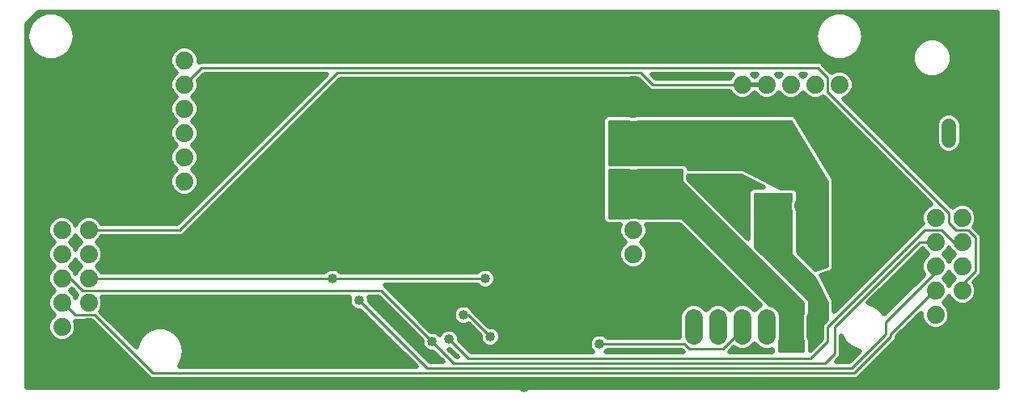
<source format=gbl>
G75*
%MOIN*%
%OFA0B0*%
%FSLAX25Y25*%
%IPPOS*%
%LPD*%
%AMOC8*
5,1,8,0,0,1.08239X$1,22.5*
%
%ADD10C,0.07400*%
%ADD11C,0.06024*%
%ADD12C,0.07400*%
%ADD13C,0.01000*%
%ADD14C,0.02000*%
%ADD15C,0.04000*%
D10*
X0281000Y0027300D02*
X0281000Y0034700D01*
X0291000Y0034700D02*
X0291000Y0027300D01*
X0301000Y0027300D02*
X0301000Y0034700D01*
X0311000Y0034700D02*
X0311000Y0027300D01*
X0321000Y0027300D02*
X0321000Y0034700D01*
X0331000Y0034700D02*
X0331000Y0027300D01*
D11*
X0372220Y0107988D02*
X0372220Y0114012D01*
X0386000Y0114012D02*
X0386000Y0107988D01*
D12*
X0341000Y0131000D03*
X0331000Y0131000D03*
X0321000Y0131000D03*
X0311000Y0131000D03*
X0301000Y0131000D03*
X0256000Y0131000D03*
X0256000Y0121000D03*
X0256000Y0111000D03*
X0256000Y0101000D03*
X0256000Y0091000D03*
X0256000Y0081000D03*
X0256000Y0071000D03*
X0256000Y0061000D03*
X0311000Y0064000D03*
X0314000Y0072000D03*
X0328000Y0072000D03*
X0331000Y0064000D03*
X0326000Y0081000D03*
X0316000Y0081000D03*
X0380500Y0076000D03*
X0391500Y0076000D03*
X0391500Y0066000D03*
X0380500Y0066000D03*
X0380500Y0056000D03*
X0391500Y0056000D03*
X0391500Y0046000D03*
X0380500Y0046000D03*
X0380500Y0036000D03*
X0391500Y0036000D03*
X0071000Y0081000D03*
X0071000Y0091000D03*
X0071000Y0101000D03*
X0071000Y0111000D03*
X0071000Y0121000D03*
X0071000Y0131000D03*
X0071000Y0141000D03*
X0031500Y0071000D03*
X0020500Y0071000D03*
X0020500Y0061000D03*
X0031500Y0061000D03*
X0031500Y0051000D03*
X0020500Y0051000D03*
X0020500Y0041000D03*
X0031500Y0041000D03*
X0031500Y0031000D03*
X0020500Y0031000D03*
D13*
X0026000Y0036000D02*
X0021000Y0041000D01*
X0020500Y0041000D01*
X0026000Y0036000D02*
X0034000Y0036000D01*
X0058000Y0012000D01*
X0347000Y0012000D01*
X0362000Y0027000D01*
X0362000Y0028000D01*
X0380000Y0046000D01*
X0380500Y0046000D01*
X0391500Y0046000D02*
X0392000Y0046000D01*
X0392000Y0049000D01*
X0397000Y0054000D01*
X0397000Y0068000D01*
X0394000Y0071000D01*
X0389000Y0071000D01*
X0386000Y0074000D01*
X0386000Y0078000D01*
X0336000Y0128000D01*
X0336000Y0134000D01*
X0332000Y0138000D01*
X0078000Y0138000D01*
X0071000Y0131000D01*
X0069000Y0071000D02*
X0134000Y0136000D01*
X0259000Y0136000D01*
X0264000Y0131000D01*
X0301000Y0131000D01*
X0321000Y0116000D02*
X0336000Y0091000D01*
X0336000Y0056000D01*
X0330833Y0054278D01*
X0323200Y0061911D01*
X0323200Y0086911D01*
X0321911Y0088200D01*
X0316600Y0088200D01*
X0301000Y0096000D01*
X0278200Y0096000D01*
X0278200Y0096911D01*
X0276911Y0098200D01*
X0246000Y0098200D01*
X0246000Y0116000D01*
X0253960Y0116000D01*
X0254926Y0115600D01*
X0257074Y0115600D01*
X0258040Y0116000D01*
X0321000Y0116000D01*
X0321094Y0115844D02*
X0257662Y0115844D01*
X0254338Y0115844D02*
X0246000Y0115844D01*
X0246000Y0114845D02*
X0321693Y0114845D01*
X0322292Y0113847D02*
X0246000Y0113847D01*
X0246000Y0112848D02*
X0322891Y0112848D01*
X0323490Y0111850D02*
X0246000Y0111850D01*
X0246000Y0110851D02*
X0324089Y0110851D01*
X0324688Y0109853D02*
X0246000Y0109853D01*
X0246000Y0108854D02*
X0325288Y0108854D01*
X0325887Y0107856D02*
X0246000Y0107856D01*
X0246000Y0106857D02*
X0326486Y0106857D01*
X0327085Y0105859D02*
X0246000Y0105859D01*
X0246000Y0104860D02*
X0327684Y0104860D01*
X0328283Y0103862D02*
X0246000Y0103862D01*
X0246000Y0102863D02*
X0328882Y0102863D01*
X0329481Y0101865D02*
X0246000Y0101865D01*
X0246000Y0100866D02*
X0330080Y0100866D01*
X0330679Y0099868D02*
X0246000Y0099868D01*
X0246000Y0098869D02*
X0331279Y0098869D01*
X0331878Y0097870D02*
X0277241Y0097870D01*
X0278200Y0096872D02*
X0332477Y0096872D01*
X0333076Y0095873D02*
X0301253Y0095873D01*
X0303250Y0094875D02*
X0333675Y0094875D01*
X0334274Y0093876D02*
X0305247Y0093876D01*
X0307244Y0092878D02*
X0334873Y0092878D01*
X0335472Y0091879D02*
X0309241Y0091879D01*
X0311238Y0090881D02*
X0336000Y0090881D01*
X0336000Y0089882D02*
X0313235Y0089882D01*
X0315232Y0088884D02*
X0336000Y0088884D01*
X0336000Y0087885D02*
X0322226Y0087885D01*
X0323200Y0086887D02*
X0336000Y0086887D01*
X0336000Y0085888D02*
X0323200Y0085888D01*
X0323200Y0084890D02*
X0336000Y0084890D01*
X0336000Y0083891D02*
X0323200Y0083891D01*
X0323200Y0082893D02*
X0336000Y0082893D01*
X0336000Y0081894D02*
X0323200Y0081894D01*
X0323200Y0080896D02*
X0336000Y0080896D01*
X0336000Y0079897D02*
X0323200Y0079897D01*
X0323200Y0078899D02*
X0336000Y0078899D01*
X0336000Y0077900D02*
X0323200Y0077900D01*
X0323200Y0076902D02*
X0336000Y0076902D01*
X0336000Y0075903D02*
X0323200Y0075903D01*
X0323200Y0074905D02*
X0336000Y0074905D01*
X0336000Y0073906D02*
X0323200Y0073906D01*
X0323200Y0072908D02*
X0336000Y0072908D01*
X0336000Y0071909D02*
X0323200Y0071909D01*
X0323200Y0070911D02*
X0336000Y0070911D01*
X0336000Y0069912D02*
X0323200Y0069912D01*
X0323200Y0068914D02*
X0336000Y0068914D01*
X0336000Y0067915D02*
X0323200Y0067915D01*
X0323200Y0066917D02*
X0336000Y0066917D01*
X0336000Y0065918D02*
X0323200Y0065918D01*
X0323200Y0064920D02*
X0336000Y0064920D01*
X0336000Y0063921D02*
X0323200Y0063921D01*
X0323200Y0062923D02*
X0336000Y0062923D01*
X0336000Y0061924D02*
X0323200Y0061924D01*
X0324186Y0060926D02*
X0336000Y0060926D01*
X0336000Y0059927D02*
X0325184Y0059927D01*
X0326183Y0058929D02*
X0336000Y0058929D01*
X0336000Y0057930D02*
X0327181Y0057930D01*
X0328180Y0056932D02*
X0336000Y0056932D01*
X0335799Y0055933D02*
X0329178Y0055933D01*
X0330177Y0054934D02*
X0332804Y0054934D01*
X0330061Y0051939D02*
X0318172Y0051939D01*
X0317174Y0052937D02*
X0329063Y0052937D01*
X0328064Y0053936D02*
X0316175Y0053936D01*
X0315177Y0054934D02*
X0327066Y0054934D01*
X0326067Y0055933D02*
X0314178Y0055933D01*
X0313180Y0056932D02*
X0325068Y0056932D01*
X0324070Y0057930D02*
X0312181Y0057930D01*
X0311183Y0058929D02*
X0323071Y0058929D01*
X0322073Y0059927D02*
X0310184Y0059927D01*
X0309186Y0060926D02*
X0321074Y0060926D01*
X0321000Y0061000D02*
X0331000Y0051000D01*
X0336000Y0041000D01*
X0336000Y0034111D01*
X0335089Y0033200D01*
X0333800Y0031911D01*
X0333800Y0025911D01*
X0328889Y0021000D01*
X0328200Y0021000D01*
X0328200Y0041911D01*
X0306000Y0064111D01*
X0306000Y0086000D01*
X0321000Y0086000D01*
X0321000Y0083040D01*
X0320600Y0082074D01*
X0320600Y0079926D01*
X0321000Y0078960D01*
X0321000Y0061000D01*
X0321000Y0061924D02*
X0308187Y0061924D01*
X0307189Y0062923D02*
X0321000Y0062923D01*
X0321000Y0063921D02*
X0306190Y0063921D01*
X0306000Y0064920D02*
X0321000Y0064920D01*
X0321000Y0065918D02*
X0306000Y0065918D01*
X0306000Y0066917D02*
X0321000Y0066917D01*
X0321000Y0067915D02*
X0306000Y0067915D01*
X0306000Y0068914D02*
X0321000Y0068914D01*
X0321000Y0069912D02*
X0306000Y0069912D01*
X0306000Y0070911D02*
X0321000Y0070911D01*
X0321000Y0071909D02*
X0306000Y0071909D01*
X0306000Y0072908D02*
X0321000Y0072908D01*
X0321000Y0073906D02*
X0306000Y0073906D01*
X0306000Y0074905D02*
X0321000Y0074905D01*
X0321000Y0075903D02*
X0306000Y0075903D01*
X0306000Y0076902D02*
X0321000Y0076902D01*
X0321000Y0077900D02*
X0306000Y0077900D01*
X0306000Y0078899D02*
X0321000Y0078899D01*
X0320612Y0079897D02*
X0306000Y0079897D01*
X0306000Y0080896D02*
X0320600Y0080896D01*
X0320600Y0081894D02*
X0306000Y0081894D01*
X0306000Y0082893D02*
X0320939Y0082893D01*
X0321000Y0083891D02*
X0306000Y0083891D01*
X0306000Y0084890D02*
X0321000Y0084890D01*
X0321000Y0085888D02*
X0306000Y0085888D01*
X0290098Y0076902D02*
X0246000Y0076902D01*
X0246000Y0076000D02*
X0246000Y0096000D01*
X0253960Y0096000D01*
X0254926Y0095600D01*
X0257074Y0095600D01*
X0258040Y0096000D01*
X0276000Y0096000D01*
X0276000Y0091000D01*
X0326000Y0041000D01*
X0326000Y0036740D01*
X0325600Y0035774D01*
X0325600Y0026226D01*
X0326000Y0025260D01*
X0326000Y0021000D01*
X0316000Y0021000D01*
X0316000Y0025260D01*
X0316400Y0026226D01*
X0316400Y0035774D01*
X0315578Y0037759D01*
X0314059Y0039278D01*
X0312074Y0040100D01*
X0311900Y0040100D01*
X0276000Y0076000D01*
X0258040Y0076000D01*
X0257074Y0076400D01*
X0254926Y0076400D01*
X0253960Y0076000D01*
X0246000Y0076000D01*
X0246000Y0077900D02*
X0289100Y0077900D01*
X0288101Y0078899D02*
X0246000Y0078899D01*
X0246000Y0079897D02*
X0287103Y0079897D01*
X0286104Y0080896D02*
X0246000Y0080896D01*
X0246000Y0081894D02*
X0285106Y0081894D01*
X0284107Y0082893D02*
X0246000Y0082893D01*
X0246000Y0083891D02*
X0283109Y0083891D01*
X0282110Y0084890D02*
X0246000Y0084890D01*
X0246000Y0085888D02*
X0281112Y0085888D01*
X0280113Y0086887D02*
X0246000Y0086887D01*
X0246000Y0087885D02*
X0279115Y0087885D01*
X0278116Y0088884D02*
X0246000Y0088884D01*
X0246000Y0089882D02*
X0277118Y0089882D01*
X0276119Y0090881D02*
X0246000Y0090881D01*
X0246000Y0091879D02*
X0276000Y0091879D01*
X0276000Y0092878D02*
X0246000Y0092878D01*
X0246000Y0093876D02*
X0276000Y0093876D01*
X0276000Y0094875D02*
X0246000Y0094875D01*
X0246000Y0095873D02*
X0254266Y0095873D01*
X0257734Y0095873D02*
X0276000Y0095873D01*
X0276097Y0075903D02*
X0291097Y0075903D01*
X0292095Y0074905D02*
X0277095Y0074905D01*
X0278094Y0073906D02*
X0293094Y0073906D01*
X0294092Y0072908D02*
X0279092Y0072908D01*
X0280091Y0071909D02*
X0295091Y0071909D01*
X0296089Y0070911D02*
X0281089Y0070911D01*
X0282088Y0069912D02*
X0297088Y0069912D01*
X0298086Y0068914D02*
X0283086Y0068914D01*
X0284085Y0067915D02*
X0299085Y0067915D01*
X0300083Y0066917D02*
X0285083Y0066917D01*
X0286082Y0065918D02*
X0301082Y0065918D01*
X0302080Y0064920D02*
X0287080Y0064920D01*
X0288079Y0063921D02*
X0303079Y0063921D01*
X0304077Y0062923D02*
X0289077Y0062923D01*
X0290076Y0061924D02*
X0305076Y0061924D01*
X0306074Y0060926D02*
X0291074Y0060926D01*
X0292073Y0059927D02*
X0307073Y0059927D01*
X0308071Y0058929D02*
X0293071Y0058929D01*
X0294070Y0057930D02*
X0309070Y0057930D01*
X0310068Y0056932D02*
X0295068Y0056932D01*
X0296067Y0055933D02*
X0311067Y0055933D01*
X0312066Y0054934D02*
X0297066Y0054934D01*
X0298064Y0053936D02*
X0313064Y0053936D01*
X0314063Y0052937D02*
X0299063Y0052937D01*
X0300061Y0051939D02*
X0315061Y0051939D01*
X0316060Y0050940D02*
X0301060Y0050940D01*
X0302058Y0049942D02*
X0317058Y0049942D01*
X0318057Y0048943D02*
X0303057Y0048943D01*
X0304055Y0047945D02*
X0319055Y0047945D01*
X0320054Y0046946D02*
X0305054Y0046946D01*
X0306052Y0045948D02*
X0321052Y0045948D01*
X0322051Y0044949D02*
X0307051Y0044949D01*
X0308049Y0043951D02*
X0323049Y0043951D01*
X0324048Y0042952D02*
X0309048Y0042952D01*
X0310046Y0041954D02*
X0325046Y0041954D01*
X0326000Y0040955D02*
X0311045Y0040955D01*
X0312420Y0039957D02*
X0326000Y0039957D01*
X0326000Y0038958D02*
X0314378Y0038958D01*
X0315377Y0037960D02*
X0326000Y0037960D01*
X0326000Y0036961D02*
X0315908Y0036961D01*
X0316322Y0035963D02*
X0325678Y0035963D01*
X0325600Y0034964D02*
X0316400Y0034964D01*
X0316400Y0033966D02*
X0325600Y0033966D01*
X0325600Y0032967D02*
X0316400Y0032967D01*
X0316400Y0031969D02*
X0325600Y0031969D01*
X0325600Y0030970D02*
X0316400Y0030970D01*
X0316400Y0029972D02*
X0325600Y0029972D01*
X0325600Y0028973D02*
X0316400Y0028973D01*
X0316400Y0027975D02*
X0325600Y0027975D01*
X0325600Y0026976D02*
X0316400Y0026976D01*
X0316297Y0025978D02*
X0325703Y0025978D01*
X0326000Y0024979D02*
X0316000Y0024979D01*
X0316000Y0023981D02*
X0326000Y0023981D01*
X0326000Y0022982D02*
X0316000Y0022982D01*
X0316000Y0021984D02*
X0326000Y0021984D01*
X0328200Y0021984D02*
X0329872Y0021984D01*
X0330871Y0022982D02*
X0328200Y0022982D01*
X0328200Y0023981D02*
X0331869Y0023981D01*
X0332868Y0024979D02*
X0328200Y0024979D01*
X0328200Y0025978D02*
X0333800Y0025978D01*
X0333800Y0026976D02*
X0328200Y0026976D01*
X0328200Y0027975D02*
X0333800Y0027975D01*
X0333800Y0028973D02*
X0328200Y0028973D01*
X0328200Y0029972D02*
X0333800Y0029972D01*
X0333800Y0030970D02*
X0328200Y0030970D01*
X0328200Y0031969D02*
X0333857Y0031969D01*
X0334856Y0032967D02*
X0328200Y0032967D01*
X0328200Y0033966D02*
X0335855Y0033966D01*
X0336000Y0034964D02*
X0328200Y0034964D01*
X0328200Y0035963D02*
X0336000Y0035963D01*
X0336000Y0036961D02*
X0328200Y0036961D01*
X0328200Y0037960D02*
X0336000Y0037960D01*
X0336000Y0038958D02*
X0328200Y0038958D01*
X0328200Y0039957D02*
X0336000Y0039957D01*
X0336000Y0040955D02*
X0328200Y0040955D01*
X0328157Y0041954D02*
X0335523Y0041954D01*
X0335024Y0042952D02*
X0327159Y0042952D01*
X0326160Y0043951D02*
X0334525Y0043951D01*
X0334025Y0044949D02*
X0325162Y0044949D01*
X0324163Y0045948D02*
X0333526Y0045948D01*
X0333027Y0046946D02*
X0323165Y0046946D01*
X0322166Y0047945D02*
X0332528Y0047945D01*
X0332028Y0048943D02*
X0321168Y0048943D01*
X0320169Y0049942D02*
X0331529Y0049942D01*
X0331030Y0050940D02*
X0319171Y0050940D01*
X0360000Y0033000D02*
X0360000Y0028000D01*
X0346000Y0014000D01*
X0171000Y0014000D01*
X0143000Y0042000D01*
X0152000Y0046000D02*
X0173000Y0025000D01*
X0182000Y0016000D01*
X0335000Y0016000D01*
X0339000Y0020000D01*
X0339000Y0031000D01*
X0374000Y0066000D01*
X0380500Y0066000D01*
X0383000Y0071000D02*
X0388000Y0066000D01*
X0391500Y0066000D01*
X0383000Y0071000D02*
X0376000Y0071000D01*
X0336000Y0031000D01*
X0336000Y0025000D01*
X0329000Y0018000D01*
X0188000Y0018000D01*
X0180000Y0026000D01*
X0188000Y0036000D02*
X0197000Y0027000D01*
X0188000Y0036000D02*
X0186000Y0036000D01*
X0195000Y0051000D02*
X0132000Y0051000D01*
X0031500Y0051000D01*
X0029000Y0046000D02*
X0024000Y0051000D01*
X0020500Y0051000D01*
X0029000Y0046000D02*
X0152000Y0046000D01*
X0069000Y0071000D02*
X0031500Y0071000D01*
X0242000Y0024000D02*
X0277000Y0024000D01*
X0279000Y0022000D01*
X0293000Y0022000D01*
X0301000Y0030000D01*
X0301000Y0031000D01*
X0360000Y0033000D02*
X0380000Y0053000D01*
X0380000Y0056000D01*
X0380500Y0056000D01*
D14*
X0006000Y0006000D02*
X0006000Y0150701D01*
X0006554Y0147562D01*
X0008299Y0144538D01*
X0010974Y0142294D01*
X0014254Y0141100D01*
X0015483Y0141100D01*
X0017746Y0141100D01*
X0021026Y0142294D01*
X0021026Y0142294D01*
X0023701Y0144538D01*
X0023701Y0144538D01*
X0023701Y0144538D01*
X0025446Y0147562D01*
X0026053Y0151000D01*
X0025446Y0154438D01*
X0025446Y0154438D01*
X0023701Y0157462D01*
X0021026Y0159706D01*
X0017746Y0160900D01*
X0014254Y0160900D01*
X0010974Y0159706D01*
X0010974Y0159706D01*
X0008299Y0157462D01*
X0006554Y0154438D01*
X0006000Y0151299D01*
X0006000Y0156000D01*
X0011000Y0161000D01*
X0406000Y0161000D01*
X0406000Y0006000D01*
X0006000Y0006000D01*
X0006000Y0007003D02*
X0406000Y0007003D01*
X0406000Y0009001D02*
X0006000Y0009001D01*
X0006000Y0011000D02*
X0055182Y0011000D01*
X0056471Y0009711D02*
X0057463Y0009300D01*
X0058537Y0009300D01*
X0347537Y0009300D01*
X0348529Y0009711D01*
X0349289Y0010471D01*
X0364289Y0025471D01*
X0364700Y0026463D01*
X0364700Y0026882D01*
X0374600Y0036782D01*
X0374600Y0034826D01*
X0375498Y0032658D01*
X0377158Y0030998D01*
X0379326Y0030100D01*
X0381674Y0030100D01*
X0383842Y0030998D01*
X0385502Y0032658D01*
X0386400Y0034826D01*
X0386400Y0037174D01*
X0385502Y0039342D01*
X0383844Y0041000D01*
X0385502Y0042658D01*
X0386000Y0043861D01*
X0386498Y0042658D01*
X0388158Y0040998D01*
X0390326Y0040100D01*
X0392674Y0040100D01*
X0394842Y0040998D01*
X0396502Y0042658D01*
X0397400Y0044826D01*
X0397400Y0047174D01*
X0396502Y0049342D01*
X0396331Y0049513D01*
X0398529Y0051711D01*
X0399289Y0052471D01*
X0399700Y0053463D01*
X0399700Y0068537D01*
X0399289Y0069529D01*
X0396331Y0072487D01*
X0396502Y0072658D01*
X0397400Y0074826D01*
X0397400Y0077174D01*
X0396502Y0079342D01*
X0394842Y0081002D01*
X0392674Y0081900D01*
X0390326Y0081900D01*
X0388158Y0081002D01*
X0387487Y0080331D01*
X0342559Y0125260D01*
X0344342Y0125998D01*
X0346002Y0127658D01*
X0346900Y0129826D01*
X0346900Y0132174D01*
X0346002Y0134342D01*
X0344342Y0136002D01*
X0342174Y0136900D01*
X0339826Y0136900D01*
X0337770Y0136048D01*
X0334289Y0139529D01*
X0333529Y0140289D01*
X0332537Y0140700D01*
X0077463Y0140700D01*
X0076900Y0140467D01*
X0076900Y0142174D01*
X0076002Y0144342D01*
X0074342Y0146002D01*
X0072174Y0146900D01*
X0069826Y0146900D01*
X0067658Y0146002D01*
X0065998Y0144342D01*
X0065100Y0142174D01*
X0065100Y0139826D01*
X0065998Y0137658D01*
X0067656Y0136000D01*
X0065998Y0134342D01*
X0065100Y0132174D01*
X0065100Y0129826D01*
X0065998Y0127658D01*
X0067656Y0126000D01*
X0065998Y0124342D01*
X0065100Y0122174D01*
X0065100Y0119826D01*
X0065998Y0117658D01*
X0067656Y0116000D01*
X0065998Y0114342D01*
X0065100Y0112174D01*
X0065100Y0109826D01*
X0065998Y0107658D01*
X0067656Y0106000D01*
X0065998Y0104342D01*
X0065100Y0102174D01*
X0065100Y0099826D01*
X0065998Y0097658D01*
X0067656Y0096000D01*
X0065998Y0094342D01*
X0065100Y0092174D01*
X0065100Y0089826D01*
X0065998Y0087658D01*
X0067658Y0085998D01*
X0069826Y0085100D01*
X0072174Y0085100D01*
X0074342Y0085998D01*
X0076002Y0087658D01*
X0076900Y0089826D01*
X0076900Y0092174D01*
X0076002Y0094342D01*
X0074344Y0096000D01*
X0076002Y0097658D01*
X0076900Y0099826D01*
X0076900Y0102174D01*
X0076002Y0104342D01*
X0074344Y0106000D01*
X0076002Y0107658D01*
X0076900Y0109826D01*
X0076900Y0112174D01*
X0076002Y0114342D01*
X0074344Y0116000D01*
X0076002Y0117658D01*
X0076900Y0119826D01*
X0076900Y0122174D01*
X0076002Y0124342D01*
X0074344Y0126000D01*
X0076002Y0127658D01*
X0076900Y0129826D01*
X0076900Y0132174D01*
X0076634Y0132816D01*
X0079118Y0135300D01*
X0129482Y0135300D01*
X0067882Y0073700D01*
X0036768Y0073700D01*
X0036502Y0074342D01*
X0034842Y0076002D01*
X0032674Y0076900D01*
X0030326Y0076900D01*
X0028158Y0076002D01*
X0026498Y0074342D01*
X0026000Y0073139D01*
X0025502Y0074342D01*
X0023842Y0076002D01*
X0021674Y0076900D01*
X0019326Y0076900D01*
X0017158Y0076002D01*
X0015498Y0074342D01*
X0014600Y0072174D01*
X0014600Y0069826D01*
X0015498Y0067658D01*
X0017156Y0066000D01*
X0015498Y0064342D01*
X0014600Y0062174D01*
X0014600Y0059826D01*
X0015498Y0057658D01*
X0017156Y0056000D01*
X0015498Y0054342D01*
X0014600Y0052174D01*
X0014600Y0049826D01*
X0015498Y0047658D01*
X0017156Y0046000D01*
X0015498Y0044342D01*
X0014600Y0042174D01*
X0014600Y0039826D01*
X0015498Y0037658D01*
X0017156Y0036000D01*
X0015498Y0034342D01*
X0014600Y0032174D01*
X0014600Y0029826D01*
X0015498Y0027658D01*
X0017158Y0025998D01*
X0019326Y0025100D01*
X0021674Y0025100D01*
X0023842Y0025998D01*
X0025502Y0027658D01*
X0026400Y0029826D01*
X0026400Y0032174D01*
X0025933Y0033300D01*
X0032882Y0033300D01*
X0056471Y0009711D01*
X0053183Y0012999D02*
X0006000Y0012999D01*
X0006000Y0014997D02*
X0051185Y0014997D01*
X0049186Y0016996D02*
X0006000Y0016996D01*
X0006000Y0018994D02*
X0047188Y0018994D01*
X0045189Y0020993D02*
X0006000Y0020993D01*
X0006000Y0022991D02*
X0043191Y0022991D01*
X0041192Y0024990D02*
X0006000Y0024990D01*
X0006000Y0026988D02*
X0016168Y0026988D01*
X0014948Y0028987D02*
X0006000Y0028987D01*
X0006000Y0030985D02*
X0014600Y0030985D01*
X0014936Y0032984D02*
X0006000Y0032984D01*
X0006000Y0034982D02*
X0016138Y0034982D01*
X0016175Y0036981D02*
X0006000Y0036981D01*
X0006000Y0038979D02*
X0014951Y0038979D01*
X0014600Y0040978D02*
X0006000Y0040978D01*
X0006000Y0042976D02*
X0014932Y0042976D01*
X0016131Y0044975D02*
X0006000Y0044975D01*
X0006000Y0046973D02*
X0016183Y0046973D01*
X0014954Y0048972D02*
X0006000Y0048972D01*
X0006000Y0050970D02*
X0014600Y0050970D01*
X0014929Y0052969D02*
X0006000Y0052969D01*
X0006000Y0054967D02*
X0016123Y0054967D01*
X0016190Y0056966D02*
X0006000Y0056966D01*
X0006000Y0058964D02*
X0014957Y0058964D01*
X0014600Y0060963D02*
X0006000Y0060963D01*
X0006000Y0062961D02*
X0014926Y0062961D01*
X0016116Y0064960D02*
X0006000Y0064960D01*
X0006000Y0066958D02*
X0016198Y0066958D01*
X0014960Y0068957D02*
X0006000Y0068957D01*
X0006000Y0070955D02*
X0014600Y0070955D01*
X0014923Y0072954D02*
X0006000Y0072954D01*
X0006000Y0074952D02*
X0016109Y0074952D01*
X0006000Y0076951D02*
X0071133Y0076951D01*
X0073131Y0078949D02*
X0006000Y0078949D01*
X0006000Y0080948D02*
X0075130Y0080948D01*
X0077128Y0082946D02*
X0006000Y0082946D01*
X0006000Y0084945D02*
X0079127Y0084945D01*
X0084765Y0082946D02*
X0243300Y0082946D01*
X0243300Y0080948D02*
X0082766Y0080948D01*
X0080768Y0078949D02*
X0243300Y0078949D01*
X0243300Y0076951D02*
X0078769Y0076951D01*
X0076771Y0074952D02*
X0243511Y0074952D01*
X0243711Y0074471D02*
X0244471Y0073711D01*
X0245463Y0073300D01*
X0250567Y0073300D01*
X0250100Y0072174D01*
X0250100Y0069826D01*
X0250998Y0067658D01*
X0252656Y0066000D01*
X0250998Y0064342D01*
X0250100Y0062174D01*
X0250100Y0059826D01*
X0250998Y0057658D01*
X0252658Y0055998D01*
X0254826Y0055100D01*
X0257174Y0055100D01*
X0259342Y0055998D01*
X0261002Y0057658D01*
X0261900Y0059826D01*
X0261900Y0062174D01*
X0261002Y0064342D01*
X0259344Y0066000D01*
X0261002Y0067658D01*
X0261900Y0069826D01*
X0261900Y0072174D01*
X0261433Y0073300D01*
X0274882Y0073300D01*
X0308239Y0039943D01*
X0307658Y0039702D01*
X0306000Y0038044D01*
X0304342Y0039702D01*
X0302174Y0040600D01*
X0299826Y0040600D01*
X0297658Y0039702D01*
X0296000Y0038044D01*
X0294342Y0039702D01*
X0292174Y0040600D01*
X0289826Y0040600D01*
X0287658Y0039702D01*
X0286000Y0038044D01*
X0284342Y0039702D01*
X0282174Y0040600D01*
X0279826Y0040600D01*
X0277658Y0039702D01*
X0275998Y0038042D01*
X0275100Y0035874D01*
X0275100Y0026700D01*
X0245240Y0026700D01*
X0244379Y0027561D01*
X0242835Y0028200D01*
X0241165Y0028200D01*
X0239621Y0027561D01*
X0238439Y0026379D01*
X0237800Y0024835D01*
X0237800Y0023165D01*
X0238439Y0021621D01*
X0239360Y0020700D01*
X0189118Y0020700D01*
X0184200Y0025618D01*
X0184200Y0026835D01*
X0183561Y0028379D01*
X0182379Y0029561D01*
X0180835Y0030200D01*
X0179165Y0030200D01*
X0177621Y0029561D01*
X0176439Y0028379D01*
X0176182Y0027758D01*
X0175379Y0028561D01*
X0173835Y0029200D01*
X0172618Y0029200D01*
X0153529Y0048289D01*
X0153503Y0048300D01*
X0191760Y0048300D01*
X0192621Y0047439D01*
X0194165Y0046800D01*
X0195835Y0046800D01*
X0197379Y0047439D01*
X0198561Y0048621D01*
X0199200Y0050165D01*
X0199200Y0051835D01*
X0198561Y0053379D01*
X0197379Y0054561D01*
X0195835Y0055200D01*
X0194165Y0055200D01*
X0192621Y0054561D01*
X0191760Y0053700D01*
X0135240Y0053700D01*
X0134379Y0054561D01*
X0132835Y0055200D01*
X0131165Y0055200D01*
X0129621Y0054561D01*
X0128760Y0053700D01*
X0036768Y0053700D01*
X0036502Y0054342D01*
X0034844Y0056000D01*
X0036502Y0057658D01*
X0037400Y0059826D01*
X0037400Y0062174D01*
X0036502Y0064342D01*
X0034844Y0066000D01*
X0036502Y0067658D01*
X0036768Y0068300D01*
X0069537Y0068300D01*
X0070529Y0068711D01*
X0071289Y0069471D01*
X0135118Y0133300D01*
X0257882Y0133300D01*
X0262471Y0128711D01*
X0263463Y0128300D01*
X0295732Y0128300D01*
X0295998Y0127658D01*
X0297658Y0125998D01*
X0299826Y0125100D01*
X0302174Y0125100D01*
X0304342Y0125998D01*
X0306000Y0127656D01*
X0307658Y0125998D01*
X0309826Y0125100D01*
X0312174Y0125100D01*
X0314342Y0125998D01*
X0316000Y0127656D01*
X0317658Y0125998D01*
X0319826Y0125100D01*
X0322174Y0125100D01*
X0324342Y0125998D01*
X0326000Y0127656D01*
X0327658Y0125998D01*
X0329826Y0125100D01*
X0332174Y0125100D01*
X0334230Y0125952D01*
X0334471Y0125711D01*
X0378588Y0081594D01*
X0377158Y0081002D01*
X0375498Y0079342D01*
X0374600Y0077174D01*
X0374600Y0074826D01*
X0375125Y0073560D01*
X0374471Y0073289D01*
X0338700Y0037518D01*
X0338700Y0040562D01*
X0338731Y0040656D01*
X0338700Y0041096D01*
X0338700Y0041537D01*
X0338662Y0041628D01*
X0338655Y0041727D01*
X0338458Y0042122D01*
X0338289Y0042529D01*
X0338219Y0042599D01*
X0333458Y0052122D01*
X0333391Y0052284D01*
X0336438Y0053300D01*
X0336537Y0053300D01*
X0336945Y0053469D01*
X0337363Y0053608D01*
X0337438Y0053673D01*
X0337529Y0053711D01*
X0337841Y0054023D01*
X0338175Y0054312D01*
X0338219Y0054401D01*
X0338289Y0054471D01*
X0338458Y0054878D01*
X0338655Y0055273D01*
X0338662Y0055372D01*
X0338700Y0055463D01*
X0338700Y0055904D01*
X0338731Y0056344D01*
X0338700Y0056438D01*
X0338700Y0090668D01*
X0338750Y0090866D01*
X0338700Y0091200D01*
X0338700Y0091537D01*
X0338622Y0091726D01*
X0338592Y0091929D01*
X0338418Y0092218D01*
X0338289Y0092529D01*
X0338144Y0092674D01*
X0323418Y0117218D01*
X0323289Y0117529D01*
X0323144Y0117674D01*
X0323039Y0117850D01*
X0322768Y0118050D01*
X0322529Y0118289D01*
X0322340Y0118367D01*
X0322176Y0118489D01*
X0321849Y0118571D01*
X0321537Y0118700D01*
X0321332Y0118700D01*
X0321134Y0118750D01*
X0320800Y0118700D01*
X0245463Y0118700D01*
X0244471Y0118289D01*
X0243711Y0117529D01*
X0243300Y0116537D01*
X0243300Y0075463D01*
X0243711Y0074471D01*
X0250423Y0072954D02*
X0074772Y0072954D01*
X0072774Y0070955D02*
X0250100Y0070955D01*
X0250460Y0068957D02*
X0070775Y0068957D01*
X0069134Y0074952D02*
X0035891Y0074952D01*
X0027109Y0074952D02*
X0024891Y0074952D01*
X0026000Y0068861D02*
X0026498Y0067658D01*
X0028156Y0066000D01*
X0026498Y0064342D01*
X0026000Y0063139D01*
X0025502Y0064342D01*
X0023844Y0066000D01*
X0025502Y0067658D01*
X0026000Y0068861D01*
X0024802Y0066958D02*
X0027198Y0066958D01*
X0027116Y0064960D02*
X0024884Y0064960D01*
X0035884Y0064960D02*
X0251616Y0064960D01*
X0250426Y0062961D02*
X0037074Y0062961D01*
X0037400Y0060963D02*
X0250100Y0060963D01*
X0250457Y0058964D02*
X0037043Y0058964D01*
X0035810Y0056966D02*
X0251690Y0056966D01*
X0260310Y0056966D02*
X0291216Y0056966D01*
X0289217Y0058964D02*
X0261543Y0058964D01*
X0261900Y0060963D02*
X0287219Y0060963D01*
X0285220Y0062961D02*
X0261574Y0062961D01*
X0260384Y0064960D02*
X0283222Y0064960D01*
X0281223Y0066958D02*
X0260302Y0066958D01*
X0261540Y0068957D02*
X0279225Y0068957D01*
X0277226Y0070955D02*
X0261900Y0070955D01*
X0261577Y0072954D02*
X0275228Y0072954D01*
X0291869Y0078949D02*
X0303300Y0078949D01*
X0303300Y0076951D02*
X0293867Y0076951D01*
X0295866Y0074952D02*
X0303300Y0074952D01*
X0303300Y0072954D02*
X0297865Y0072954D01*
X0299863Y0070955D02*
X0303300Y0070955D01*
X0303300Y0068957D02*
X0301862Y0068957D01*
X0303300Y0067518D02*
X0278700Y0092118D01*
X0278700Y0093300D01*
X0300363Y0093300D01*
X0309563Y0088700D01*
X0305463Y0088700D01*
X0304471Y0088289D01*
X0303711Y0087529D01*
X0303300Y0086537D01*
X0303300Y0067518D01*
X0303300Y0080948D02*
X0289870Y0080948D01*
X0287872Y0082946D02*
X0303300Y0082946D01*
X0303300Y0084945D02*
X0285873Y0084945D01*
X0283875Y0086943D02*
X0303468Y0086943D01*
X0305082Y0090940D02*
X0279878Y0090940D01*
X0278700Y0092939D02*
X0301085Y0092939D01*
X0309079Y0088942D02*
X0281876Y0088942D01*
X0243300Y0088942D02*
X0090760Y0088942D01*
X0088762Y0086943D02*
X0243300Y0086943D01*
X0243300Y0084945D02*
X0086763Y0084945D01*
X0081125Y0086943D02*
X0075287Y0086943D01*
X0076534Y0088942D02*
X0083124Y0088942D01*
X0085122Y0090940D02*
X0076900Y0090940D01*
X0076583Y0092939D02*
X0087121Y0092939D01*
X0089119Y0094937D02*
X0075406Y0094937D01*
X0075280Y0096936D02*
X0091118Y0096936D01*
X0093116Y0098934D02*
X0076531Y0098934D01*
X0076900Y0100933D02*
X0095115Y0100933D01*
X0097113Y0102932D02*
X0076586Y0102932D01*
X0075414Y0104930D02*
X0099112Y0104930D01*
X0104750Y0102932D02*
X0243300Y0102932D01*
X0243300Y0104930D02*
X0106748Y0104930D01*
X0108747Y0106929D02*
X0243300Y0106929D01*
X0243300Y0108927D02*
X0110745Y0108927D01*
X0112744Y0110926D02*
X0243300Y0110926D01*
X0243300Y0112924D02*
X0114742Y0112924D01*
X0116741Y0114923D02*
X0243300Y0114923D01*
X0243459Y0116921D02*
X0118739Y0116921D01*
X0120738Y0118920D02*
X0341262Y0118920D01*
X0339263Y0120918D02*
X0122736Y0120918D01*
X0124735Y0122917D02*
X0337265Y0122917D01*
X0335266Y0124915D02*
X0126734Y0124915D01*
X0128732Y0126914D02*
X0296742Y0126914D01*
X0305258Y0126914D02*
X0306742Y0126914D01*
X0315258Y0126914D02*
X0316742Y0126914D01*
X0325258Y0126914D02*
X0326742Y0126914D01*
X0311000Y0131000D02*
X0301000Y0131000D01*
X0305044Y0135300D02*
X0306000Y0134344D01*
X0306956Y0135300D01*
X0305044Y0135300D01*
X0305436Y0134908D02*
X0306564Y0134908D01*
X0315044Y0135300D02*
X0316000Y0134344D01*
X0316956Y0135300D01*
X0315044Y0135300D01*
X0315436Y0134908D02*
X0316564Y0134908D01*
X0325044Y0135300D02*
X0326956Y0135300D01*
X0326000Y0134344D01*
X0325044Y0135300D01*
X0325436Y0134908D02*
X0326564Y0134908D01*
X0336912Y0136906D02*
X0372744Y0136906D01*
X0372155Y0137495D02*
X0374463Y0135187D01*
X0377478Y0133938D01*
X0380742Y0133938D01*
X0383757Y0135187D01*
X0386065Y0137495D01*
X0387314Y0140510D01*
X0387314Y0143774D01*
X0386065Y0146789D01*
X0383757Y0149097D01*
X0380742Y0150346D01*
X0377478Y0150346D01*
X0374463Y0149097D01*
X0372155Y0146789D01*
X0370906Y0143774D01*
X0370906Y0140510D01*
X0372155Y0137495D01*
X0371571Y0138905D02*
X0334914Y0138905D01*
X0335974Y0142294D02*
X0339254Y0141100D01*
X0340483Y0141100D01*
X0342746Y0141100D01*
X0346026Y0142294D01*
X0346026Y0142294D01*
X0348701Y0144538D01*
X0348701Y0144538D01*
X0348701Y0144538D01*
X0350446Y0147562D01*
X0351053Y0151000D01*
X0350446Y0154438D01*
X0350446Y0154438D01*
X0348701Y0157462D01*
X0346026Y0159706D01*
X0342746Y0160900D01*
X0339254Y0160900D01*
X0335974Y0159706D01*
X0335974Y0159706D01*
X0333299Y0157462D01*
X0331554Y0154438D01*
X0330947Y0151000D01*
X0331554Y0147562D01*
X0333299Y0144538D01*
X0335974Y0142294D01*
X0335974Y0142294D01*
X0335249Y0142902D02*
X0076598Y0142902D01*
X0076900Y0140903D02*
X0370906Y0140903D01*
X0370906Y0142902D02*
X0346751Y0142902D01*
X0348910Y0144900D02*
X0371373Y0144900D01*
X0372265Y0146899D02*
X0350064Y0146899D01*
X0350446Y0147562D02*
X0350446Y0147562D01*
X0350682Y0148897D02*
X0374264Y0148897D01*
X0383957Y0148897D02*
X0406000Y0148897D01*
X0406000Y0150896D02*
X0351034Y0150896D01*
X0351053Y0151000D02*
X0351053Y0151000D01*
X0350719Y0152894D02*
X0406000Y0152894D01*
X0406000Y0154893D02*
X0350184Y0154893D01*
X0349030Y0156891D02*
X0406000Y0156891D01*
X0406000Y0158890D02*
X0346999Y0158890D01*
X0346026Y0159706D02*
X0346026Y0159706D01*
X0342778Y0160888D02*
X0406000Y0160888D01*
X0406000Y0146899D02*
X0385955Y0146899D01*
X0386847Y0144900D02*
X0406000Y0144900D01*
X0406000Y0142902D02*
X0387314Y0142902D01*
X0387314Y0140903D02*
X0406000Y0140903D01*
X0406000Y0138905D02*
X0386649Y0138905D01*
X0385477Y0136906D02*
X0406000Y0136906D01*
X0406000Y0134908D02*
X0383084Y0134908D01*
X0375137Y0134908D02*
X0345436Y0134908D01*
X0346595Y0132909D02*
X0406000Y0132909D01*
X0406000Y0130911D02*
X0346900Y0130911D01*
X0346521Y0128912D02*
X0406000Y0128912D01*
X0406000Y0126914D02*
X0345258Y0126914D01*
X0342903Y0124915D02*
X0406000Y0124915D01*
X0406000Y0122917D02*
X0344902Y0122917D01*
X0346900Y0120918D02*
X0406000Y0120918D01*
X0406000Y0118920D02*
X0387771Y0118920D01*
X0387037Y0119224D02*
X0388952Y0118430D01*
X0390418Y0116964D01*
X0391212Y0115048D01*
X0391212Y0106951D01*
X0390418Y0105036D01*
X0388952Y0103570D01*
X0387037Y0102776D01*
X0384963Y0102776D01*
X0383048Y0103570D01*
X0381582Y0105036D01*
X0380788Y0106951D01*
X0380788Y0115048D01*
X0381582Y0116964D01*
X0383048Y0118430D01*
X0384963Y0119224D01*
X0387037Y0119224D01*
X0384229Y0118920D02*
X0348899Y0118920D01*
X0350897Y0116921D02*
X0381564Y0116921D01*
X0380788Y0114923D02*
X0352896Y0114923D01*
X0354894Y0112924D02*
X0380788Y0112924D01*
X0380788Y0110926D02*
X0356893Y0110926D01*
X0358891Y0108927D02*
X0380788Y0108927D01*
X0380798Y0106929D02*
X0360890Y0106929D01*
X0362888Y0104930D02*
X0381688Y0104930D01*
X0384589Y0102932D02*
X0364887Y0102932D01*
X0366885Y0100933D02*
X0406000Y0100933D01*
X0406000Y0098934D02*
X0368884Y0098934D01*
X0370882Y0096936D02*
X0406000Y0096936D01*
X0406000Y0094937D02*
X0372881Y0094937D01*
X0374879Y0092939D02*
X0406000Y0092939D01*
X0406000Y0090940D02*
X0376878Y0090940D01*
X0378876Y0088942D02*
X0406000Y0088942D01*
X0406000Y0086943D02*
X0380875Y0086943D01*
X0382873Y0084945D02*
X0406000Y0084945D01*
X0406000Y0082946D02*
X0384872Y0082946D01*
X0386870Y0080948D02*
X0388104Y0080948D01*
X0394896Y0080948D02*
X0406000Y0080948D01*
X0406000Y0078949D02*
X0396664Y0078949D01*
X0397400Y0076951D02*
X0406000Y0076951D01*
X0406000Y0074952D02*
X0397400Y0074952D01*
X0396624Y0072954D02*
X0406000Y0072954D01*
X0406000Y0070955D02*
X0397863Y0070955D01*
X0399526Y0068957D02*
X0406000Y0068957D01*
X0406000Y0066958D02*
X0399700Y0066958D01*
X0399700Y0064960D02*
X0406000Y0064960D01*
X0406000Y0062961D02*
X0399700Y0062961D01*
X0399700Y0060963D02*
X0406000Y0060963D01*
X0406000Y0058964D02*
X0399700Y0058964D01*
X0399700Y0056966D02*
X0406000Y0056966D01*
X0406000Y0054967D02*
X0399700Y0054967D01*
X0399495Y0052969D02*
X0406000Y0052969D01*
X0406000Y0050970D02*
X0397789Y0050970D01*
X0396655Y0048972D02*
X0406000Y0048972D01*
X0406000Y0046973D02*
X0397400Y0046973D01*
X0397400Y0044975D02*
X0406000Y0044975D01*
X0406000Y0042976D02*
X0396634Y0042976D01*
X0394792Y0040978D02*
X0406000Y0040978D01*
X0406000Y0038979D02*
X0385652Y0038979D01*
X0386400Y0036981D02*
X0406000Y0036981D01*
X0406000Y0034982D02*
X0386400Y0034982D01*
X0385637Y0032984D02*
X0406000Y0032984D01*
X0406000Y0030985D02*
X0383810Y0030985D01*
X0377190Y0030985D02*
X0368803Y0030985D01*
X0366805Y0028987D02*
X0406000Y0028987D01*
X0406000Y0026988D02*
X0364806Y0026988D01*
X0363808Y0024990D02*
X0406000Y0024990D01*
X0406000Y0022991D02*
X0361809Y0022991D01*
X0359811Y0020993D02*
X0406000Y0020993D01*
X0406000Y0018994D02*
X0357812Y0018994D01*
X0355814Y0016996D02*
X0406000Y0016996D01*
X0406000Y0014997D02*
X0353815Y0014997D01*
X0351817Y0012999D02*
X0406000Y0012999D01*
X0406000Y0011000D02*
X0349818Y0011000D01*
X0344882Y0016700D02*
X0339518Y0016700D01*
X0341289Y0018471D01*
X0341700Y0019463D01*
X0341700Y0020537D01*
X0341700Y0027308D01*
X0343299Y0024538D01*
X0345974Y0022294D01*
X0349254Y0021100D01*
X0349282Y0021100D01*
X0344882Y0016700D01*
X0345177Y0016996D02*
X0339814Y0016996D01*
X0341506Y0018994D02*
X0347176Y0018994D01*
X0349174Y0020993D02*
X0341700Y0020993D01*
X0341700Y0022991D02*
X0345143Y0022991D01*
X0345974Y0022294D02*
X0345974Y0022294D01*
X0343299Y0024538D02*
X0343299Y0024538D01*
X0343039Y0024990D02*
X0341700Y0024990D01*
X0341700Y0026988D02*
X0341885Y0026988D01*
X0358701Y0037462D02*
X0359412Y0036230D01*
X0375669Y0052487D01*
X0375498Y0052658D01*
X0374600Y0054826D01*
X0374600Y0057174D01*
X0375498Y0059342D01*
X0377156Y0061000D01*
X0375498Y0062658D01*
X0375232Y0063300D01*
X0375118Y0063300D01*
X0352718Y0040900D01*
X0352746Y0040900D01*
X0356026Y0039706D01*
X0356026Y0039706D01*
X0358701Y0037462D01*
X0358701Y0037462D01*
X0358979Y0036981D02*
X0360162Y0036981D01*
X0362161Y0038979D02*
X0356892Y0038979D01*
X0352796Y0040978D02*
X0364159Y0040978D01*
X0366158Y0042976D02*
X0354795Y0042976D01*
X0356793Y0044975D02*
X0368156Y0044975D01*
X0370155Y0046973D02*
X0358792Y0046973D01*
X0360790Y0048972D02*
X0372153Y0048972D01*
X0374152Y0050970D02*
X0362789Y0050970D01*
X0364787Y0052969D02*
X0375369Y0052969D01*
X0374600Y0054967D02*
X0366786Y0054967D01*
X0368784Y0056966D02*
X0374600Y0056966D01*
X0375342Y0058964D02*
X0370783Y0058964D01*
X0372781Y0060963D02*
X0377119Y0060963D01*
X0375373Y0062961D02*
X0374780Y0062961D01*
X0366141Y0064960D02*
X0338700Y0064960D01*
X0338700Y0062961D02*
X0364143Y0062961D01*
X0362144Y0060963D02*
X0338700Y0060963D01*
X0338700Y0058964D02*
X0360146Y0058964D01*
X0358147Y0056966D02*
X0338700Y0056966D01*
X0338502Y0054967D02*
X0356149Y0054967D01*
X0354150Y0052969D02*
X0335444Y0052969D01*
X0334034Y0050970D02*
X0352152Y0050970D01*
X0350153Y0048972D02*
X0335033Y0048972D01*
X0336032Y0046973D02*
X0348155Y0046973D01*
X0346156Y0044975D02*
X0337031Y0044975D01*
X0338031Y0042976D02*
X0344158Y0042976D01*
X0342159Y0040978D02*
X0338708Y0040978D01*
X0338700Y0038979D02*
X0340161Y0038979D01*
X0370802Y0032984D02*
X0375363Y0032984D01*
X0374600Y0034982D02*
X0372800Y0034982D01*
X0383866Y0040978D02*
X0388208Y0040978D01*
X0386366Y0042976D02*
X0385634Y0042976D01*
X0386000Y0048139D02*
X0385502Y0049342D01*
X0383844Y0051000D01*
X0385502Y0052658D01*
X0386000Y0053861D01*
X0386498Y0052658D01*
X0388156Y0051000D01*
X0386498Y0049342D01*
X0386000Y0048139D01*
X0385655Y0048972D02*
X0386345Y0048972D01*
X0388126Y0050970D02*
X0383874Y0050970D01*
X0385631Y0052969D02*
X0386369Y0052969D01*
X0386000Y0058139D02*
X0385502Y0059342D01*
X0383844Y0061000D01*
X0385502Y0062658D01*
X0386000Y0063861D01*
X0386498Y0062658D01*
X0388156Y0061000D01*
X0386498Y0059342D01*
X0386000Y0058139D01*
X0385658Y0058964D02*
X0386342Y0058964D01*
X0388119Y0060963D02*
X0383881Y0060963D01*
X0385627Y0062961D02*
X0386373Y0062961D01*
X0370138Y0068957D02*
X0338700Y0068957D01*
X0338700Y0070955D02*
X0372137Y0070955D01*
X0374135Y0072954D02*
X0338700Y0072954D01*
X0338700Y0074952D02*
X0374600Y0074952D01*
X0374600Y0076951D02*
X0338700Y0076951D01*
X0338700Y0078949D02*
X0375336Y0078949D01*
X0377104Y0080948D02*
X0338700Y0080948D01*
X0338700Y0082946D02*
X0377235Y0082946D01*
X0375237Y0084945D02*
X0338700Y0084945D01*
X0338700Y0086943D02*
X0373238Y0086943D01*
X0371240Y0088942D02*
X0338700Y0088942D01*
X0338739Y0090940D02*
X0369241Y0090940D01*
X0367243Y0092939D02*
X0337985Y0092939D01*
X0336786Y0094937D02*
X0365244Y0094937D01*
X0363246Y0096936D02*
X0335587Y0096936D01*
X0334388Y0098934D02*
X0361247Y0098934D01*
X0359249Y0100933D02*
X0333189Y0100933D01*
X0331990Y0102932D02*
X0357250Y0102932D01*
X0355252Y0104930D02*
X0330791Y0104930D01*
X0329592Y0106929D02*
X0353253Y0106929D01*
X0351255Y0108927D02*
X0328392Y0108927D01*
X0327193Y0110926D02*
X0349256Y0110926D01*
X0347258Y0112924D02*
X0325994Y0112924D01*
X0324795Y0114923D02*
X0345259Y0114923D01*
X0343261Y0116921D02*
X0323596Y0116921D01*
X0296956Y0135300D02*
X0295998Y0134342D01*
X0295732Y0133700D01*
X0265118Y0133700D01*
X0263518Y0135300D01*
X0296956Y0135300D01*
X0296564Y0134908D02*
X0263911Y0134908D01*
X0260271Y0130911D02*
X0132729Y0130911D01*
X0134728Y0132909D02*
X0258272Y0132909D01*
X0262269Y0128912D02*
X0130731Y0128912D01*
X0125092Y0130911D02*
X0076900Y0130911D01*
X0076728Y0132909D02*
X0127091Y0132909D01*
X0129089Y0134908D02*
X0078726Y0134908D01*
X0076521Y0128912D02*
X0123094Y0128912D01*
X0121095Y0126914D02*
X0075258Y0126914D01*
X0075429Y0124915D02*
X0119097Y0124915D01*
X0117098Y0122917D02*
X0076592Y0122917D01*
X0076900Y0120918D02*
X0115100Y0120918D01*
X0113101Y0118920D02*
X0076524Y0118920D01*
X0075265Y0116921D02*
X0111103Y0116921D01*
X0109104Y0114923D02*
X0075421Y0114923D01*
X0076589Y0112924D02*
X0107106Y0112924D01*
X0105107Y0110926D02*
X0076900Y0110926D01*
X0076527Y0108927D02*
X0103109Y0108927D01*
X0101110Y0106929D02*
X0075272Y0106929D01*
X0066728Y0106929D02*
X0006000Y0106929D01*
X0006000Y0108927D02*
X0065473Y0108927D01*
X0065100Y0110926D02*
X0006000Y0110926D01*
X0006000Y0112924D02*
X0065411Y0112924D01*
X0066579Y0114923D02*
X0006000Y0114923D01*
X0006000Y0116921D02*
X0066735Y0116921D01*
X0065476Y0118920D02*
X0006000Y0118920D01*
X0006000Y0120918D02*
X0065100Y0120918D01*
X0065408Y0122917D02*
X0006000Y0122917D01*
X0006000Y0124915D02*
X0066571Y0124915D01*
X0066742Y0126914D02*
X0006000Y0126914D01*
X0006000Y0128912D02*
X0065479Y0128912D01*
X0065100Y0130911D02*
X0006000Y0130911D01*
X0006000Y0132909D02*
X0065405Y0132909D01*
X0066564Y0134908D02*
X0006000Y0134908D01*
X0006000Y0136906D02*
X0066750Y0136906D01*
X0065482Y0138905D02*
X0006000Y0138905D01*
X0006000Y0140903D02*
X0065100Y0140903D01*
X0065402Y0142902D02*
X0021751Y0142902D01*
X0023910Y0144900D02*
X0066556Y0144900D01*
X0069823Y0146899D02*
X0025064Y0146899D01*
X0025446Y0147562D02*
X0025446Y0147562D01*
X0025682Y0148897D02*
X0331318Y0148897D01*
X0331554Y0147562D02*
X0331554Y0147562D01*
X0331936Y0146899D02*
X0072177Y0146899D01*
X0075444Y0144900D02*
X0333090Y0144900D01*
X0333299Y0144538D02*
X0333299Y0144538D01*
X0330966Y0150896D02*
X0026034Y0150896D01*
X0026053Y0151000D02*
X0026053Y0151000D01*
X0025719Y0152894D02*
X0331281Y0152894D01*
X0331554Y0154438D02*
X0331554Y0154438D01*
X0331816Y0154893D02*
X0025184Y0154893D01*
X0024030Y0156891D02*
X0332970Y0156891D01*
X0333299Y0157462D02*
X0333299Y0157462D01*
X0333299Y0157462D01*
X0335001Y0158890D02*
X0021999Y0158890D01*
X0021026Y0159706D02*
X0021026Y0159706D01*
X0017778Y0160888D02*
X0339222Y0160888D01*
X0348701Y0157462D02*
X0348701Y0157462D01*
X0330947Y0151000D02*
X0330947Y0151000D01*
X0390436Y0116921D02*
X0406000Y0116921D01*
X0406000Y0114923D02*
X0391212Y0114923D01*
X0391212Y0112924D02*
X0406000Y0112924D01*
X0406000Y0110926D02*
X0391212Y0110926D01*
X0391212Y0108927D02*
X0406000Y0108927D01*
X0406000Y0106929D02*
X0391202Y0106929D01*
X0390312Y0104930D02*
X0406000Y0104930D01*
X0406000Y0102932D02*
X0387411Y0102932D01*
X0368140Y0066958D02*
X0338700Y0066958D01*
X0297211Y0050970D02*
X0199200Y0050970D01*
X0198731Y0052969D02*
X0295213Y0052969D01*
X0293214Y0054967D02*
X0196397Y0054967D01*
X0193603Y0054967D02*
X0133397Y0054967D01*
X0130603Y0054967D02*
X0035877Y0054967D01*
X0028156Y0056000D02*
X0026498Y0057658D01*
X0026000Y0058861D01*
X0025502Y0057658D01*
X0023844Y0056000D01*
X0025502Y0054342D01*
X0026000Y0053139D01*
X0026498Y0054342D01*
X0028156Y0056000D01*
X0027190Y0056966D02*
X0024810Y0056966D01*
X0024877Y0054967D02*
X0027123Y0054967D01*
X0024513Y0046669D02*
X0026669Y0044513D01*
X0026498Y0044342D01*
X0026000Y0043139D01*
X0025502Y0044342D01*
X0023844Y0046000D01*
X0024513Y0046669D01*
X0024869Y0044975D02*
X0026207Y0044975D01*
X0036933Y0043300D02*
X0138992Y0043300D01*
X0138800Y0042835D01*
X0138800Y0041165D01*
X0139439Y0039621D01*
X0140621Y0038439D01*
X0142165Y0037800D01*
X0143382Y0037800D01*
X0166482Y0014700D01*
X0068794Y0014700D01*
X0070446Y0017562D01*
X0071053Y0021000D01*
X0071053Y0021000D01*
X0070446Y0024438D01*
X0068701Y0027462D01*
X0066026Y0029706D01*
X0062746Y0030900D01*
X0059254Y0030900D01*
X0055974Y0029706D01*
X0055974Y0029706D01*
X0053299Y0027462D01*
X0051554Y0024438D01*
X0051228Y0022591D01*
X0036331Y0037487D01*
X0036502Y0037658D01*
X0037400Y0039826D01*
X0037400Y0042174D01*
X0036933Y0043300D01*
X0037068Y0042976D02*
X0138858Y0042976D01*
X0138877Y0040978D02*
X0037400Y0040978D01*
X0037049Y0038979D02*
X0140081Y0038979D01*
X0144201Y0036981D02*
X0036838Y0036981D01*
X0038836Y0034982D02*
X0146199Y0034982D01*
X0148198Y0032984D02*
X0040835Y0032984D01*
X0042833Y0030985D02*
X0150197Y0030985D01*
X0152195Y0028987D02*
X0066884Y0028987D01*
X0066026Y0029706D02*
X0066026Y0029706D01*
X0068701Y0027462D02*
X0068701Y0027462D01*
X0068974Y0026988D02*
X0154194Y0026988D01*
X0159832Y0028987D02*
X0165195Y0028987D01*
X0163197Y0030985D02*
X0157833Y0030985D01*
X0155835Y0032984D02*
X0161198Y0032984D01*
X0159199Y0034982D02*
X0153836Y0034982D01*
X0151838Y0036981D02*
X0157201Y0036981D01*
X0155202Y0038979D02*
X0149839Y0038979D01*
X0147841Y0040978D02*
X0153204Y0040978D01*
X0151205Y0042976D02*
X0147142Y0042976D01*
X0147200Y0042835D02*
X0147008Y0043300D01*
X0150882Y0043300D01*
X0168800Y0025382D01*
X0168800Y0024165D01*
X0169439Y0022621D01*
X0170621Y0021439D01*
X0172165Y0020800D01*
X0173382Y0020800D01*
X0177482Y0016700D01*
X0172118Y0016700D01*
X0147200Y0041618D01*
X0147200Y0042835D01*
X0154845Y0046973D02*
X0193746Y0046973D01*
X0196254Y0046973D02*
X0301208Y0046973D01*
X0299210Y0048972D02*
X0198706Y0048972D01*
X0188379Y0039561D02*
X0186835Y0040200D01*
X0185165Y0040200D01*
X0183621Y0039561D01*
X0182439Y0038379D01*
X0181800Y0036835D01*
X0181800Y0035165D01*
X0182439Y0033621D01*
X0183621Y0032439D01*
X0185165Y0031800D01*
X0186835Y0031800D01*
X0187929Y0032253D01*
X0192800Y0027382D01*
X0192800Y0026165D01*
X0193439Y0024621D01*
X0194621Y0023439D01*
X0196165Y0022800D01*
X0197835Y0022800D01*
X0199379Y0023439D01*
X0200561Y0024621D01*
X0201200Y0026165D01*
X0201200Y0027835D01*
X0200561Y0029379D01*
X0199379Y0030561D01*
X0197835Y0031200D01*
X0196618Y0031200D01*
X0190289Y0037529D01*
X0189646Y0038172D01*
X0189561Y0038379D01*
X0188379Y0039561D01*
X0188961Y0038979D02*
X0276935Y0038979D01*
X0275559Y0036981D02*
X0190838Y0036981D01*
X0192836Y0034982D02*
X0275100Y0034982D01*
X0275100Y0032984D02*
X0194835Y0032984D01*
X0198354Y0030985D02*
X0275100Y0030985D01*
X0275100Y0028987D02*
X0200723Y0028987D01*
X0201200Y0026988D02*
X0239048Y0026988D01*
X0244952Y0026988D02*
X0275100Y0026988D01*
X0275882Y0021300D02*
X0276482Y0020700D01*
X0244640Y0020700D01*
X0245240Y0021300D01*
X0275882Y0021300D01*
X0276189Y0020993D02*
X0244932Y0020993D01*
X0239068Y0020993D02*
X0188826Y0020993D01*
X0186827Y0022991D02*
X0195703Y0022991D01*
X0198297Y0022991D02*
X0237872Y0022991D01*
X0237864Y0024990D02*
X0200713Y0024990D01*
X0193287Y0024990D02*
X0184829Y0024990D01*
X0180382Y0021800D02*
X0180018Y0021800D01*
X0183118Y0018700D01*
X0183482Y0018700D01*
X0180382Y0021800D01*
X0180826Y0020993D02*
X0181189Y0020993D01*
X0182824Y0018994D02*
X0183188Y0018994D01*
X0177186Y0016996D02*
X0171823Y0016996D01*
X0169824Y0018994D02*
X0175188Y0018994D01*
X0171700Y0020993D02*
X0167826Y0020993D01*
X0169286Y0022991D02*
X0165827Y0022991D01*
X0163829Y0024990D02*
X0168800Y0024990D01*
X0167194Y0026988D02*
X0161830Y0026988D01*
X0156192Y0024990D02*
X0070128Y0024990D01*
X0070702Y0022991D02*
X0158191Y0022991D01*
X0160189Y0020993D02*
X0071051Y0020993D01*
X0070699Y0018994D02*
X0162188Y0018994D01*
X0164186Y0016996D02*
X0070120Y0016996D01*
X0070446Y0017562D02*
X0070446Y0017562D01*
X0068966Y0014997D02*
X0166185Y0014997D01*
X0184137Y0026988D02*
X0192800Y0026988D01*
X0191195Y0028987D02*
X0182953Y0028987D01*
X0189197Y0030985D02*
X0170833Y0030985D01*
X0168835Y0032984D02*
X0183077Y0032984D01*
X0181876Y0034982D02*
X0166836Y0034982D01*
X0164838Y0036981D02*
X0181860Y0036981D01*
X0183039Y0038979D02*
X0162839Y0038979D01*
X0160841Y0040978D02*
X0307204Y0040978D01*
X0306935Y0038979D02*
X0305065Y0038979D01*
X0305205Y0042976D02*
X0158842Y0042976D01*
X0156844Y0044975D02*
X0303207Y0044975D01*
X0296935Y0038979D02*
X0295065Y0038979D01*
X0286935Y0038979D02*
X0285065Y0038979D01*
X0304342Y0022298D02*
X0306000Y0023956D01*
X0307658Y0022298D01*
X0309826Y0021400D01*
X0312174Y0021400D01*
X0313300Y0021867D01*
X0313300Y0020700D01*
X0295518Y0020700D01*
X0297387Y0022569D01*
X0297658Y0022298D01*
X0299826Y0021400D01*
X0302174Y0021400D01*
X0304342Y0022298D01*
X0305035Y0022991D02*
X0306965Y0022991D01*
X0313300Y0020993D02*
X0295811Y0020993D01*
X0251698Y0066958D02*
X0035802Y0066958D01*
X0006000Y0086943D02*
X0066713Y0086943D01*
X0065466Y0088942D02*
X0006000Y0088942D01*
X0006000Y0090940D02*
X0065100Y0090940D01*
X0065417Y0092939D02*
X0006000Y0092939D01*
X0006000Y0094937D02*
X0066594Y0094937D01*
X0066720Y0096936D02*
X0006000Y0096936D01*
X0006000Y0098934D02*
X0065469Y0098934D01*
X0065100Y0100933D02*
X0006000Y0100933D01*
X0006000Y0102932D02*
X0065414Y0102932D01*
X0066586Y0104930D02*
X0006000Y0104930D01*
X0092759Y0090940D02*
X0243300Y0090940D01*
X0243300Y0092939D02*
X0094757Y0092939D01*
X0096756Y0094937D02*
X0243300Y0094937D01*
X0243300Y0096936D02*
X0098754Y0096936D01*
X0100753Y0098934D02*
X0243300Y0098934D01*
X0243300Y0100933D02*
X0102751Y0100933D01*
X0010974Y0142294D02*
X0010974Y0142294D01*
X0010249Y0142902D02*
X0006000Y0142902D01*
X0006000Y0144900D02*
X0008090Y0144900D01*
X0008299Y0144538D02*
X0008299Y0144538D01*
X0006936Y0146899D02*
X0006000Y0146899D01*
X0006000Y0148897D02*
X0006318Y0148897D01*
X0006281Y0152894D02*
X0006000Y0152894D01*
X0006000Y0154893D02*
X0006816Y0154893D01*
X0006891Y0156891D02*
X0007970Y0156891D01*
X0008299Y0157462D02*
X0008299Y0157462D01*
X0008299Y0157462D01*
X0008890Y0158890D02*
X0010001Y0158890D01*
X0010888Y0160888D02*
X0014222Y0160888D01*
X0023701Y0157462D02*
X0023701Y0157462D01*
X0026064Y0032984D02*
X0033198Y0032984D01*
X0035197Y0030985D02*
X0026400Y0030985D01*
X0026052Y0028987D02*
X0037195Y0028987D01*
X0039194Y0026988D02*
X0024832Y0026988D01*
X0044832Y0028987D02*
X0055116Y0028987D01*
X0053299Y0027462D02*
X0053299Y0027462D01*
X0053299Y0027462D01*
X0053026Y0026988D02*
X0046830Y0026988D01*
X0048829Y0024990D02*
X0051872Y0024990D01*
X0051554Y0024438D02*
X0051554Y0024438D01*
X0051298Y0022991D02*
X0050827Y0022991D01*
X0174351Y0028987D02*
X0177047Y0028987D01*
D15*
X0180000Y0026000D03*
X0173000Y0025000D03*
X0197000Y0027000D03*
X0211000Y0026000D03*
X0186000Y0036000D03*
X0195000Y0051000D03*
X0143000Y0042000D03*
X0132000Y0051000D03*
X0242000Y0024000D03*
X0211000Y0006000D03*
X0336000Y0111000D03*
X0336000Y0116000D03*
X0361000Y0116000D03*
X0361000Y0111000D03*
M02*

</source>
